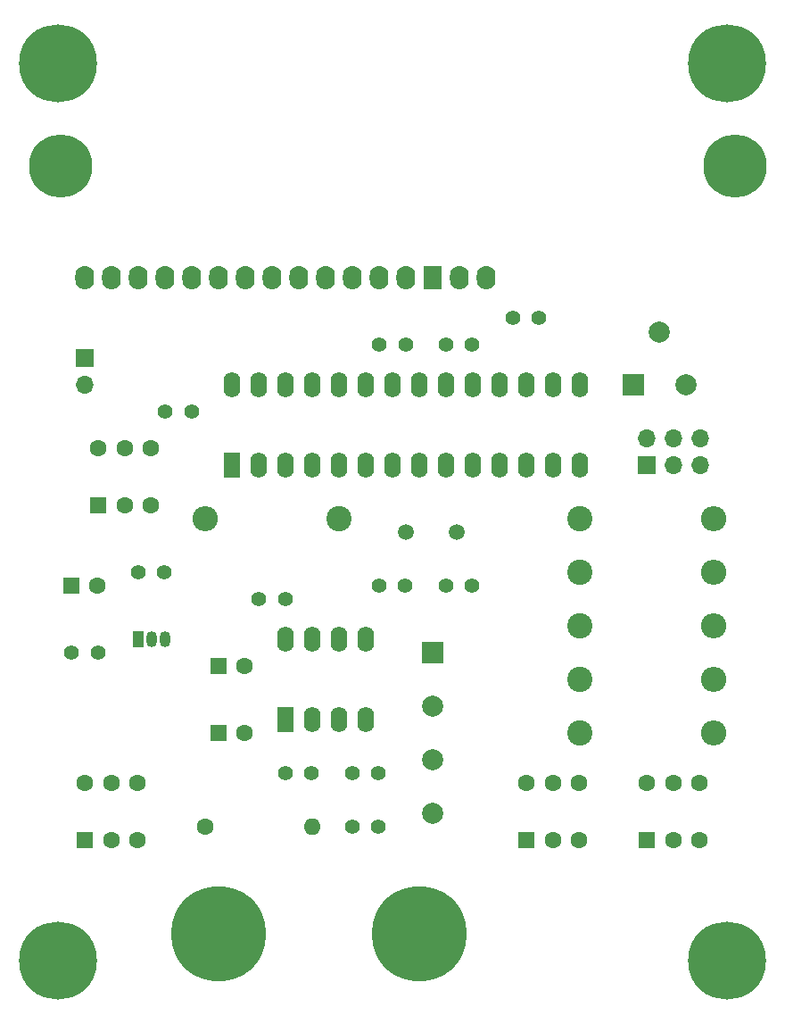
<source format=gts>
G04 #@! TF.GenerationSoftware,KiCad,Pcbnew,5.1.9+dfsg1-1+deb11u1*
G04 #@! TF.CreationDate,2023-04-03T20:06:42-05:00*
G04 #@! TF.ProjectId,lcbdk,6c636264-6b2e-46b6-9963-61645f706362,rev?*
G04 #@! TF.SameCoordinates,Original*
G04 #@! TF.FileFunction,Soldermask,Top*
G04 #@! TF.FilePolarity,Negative*
%FSLAX46Y46*%
G04 Gerber Fmt 4.6, Leading zero omitted, Abs format (unit mm)*
G04 Created by KiCad (PCBNEW 5.1.9+dfsg1-1+deb11u1) date 2023-04-03 20:06:42*
%MOMM*%
%LPD*%
G01*
G04 APERTURE LIST*
%ADD10R,1.600000X1.600000*%
%ADD11C,1.600000*%
%ADD12C,1.400000*%
%ADD13R,2.000000X2.000000*%
%ADD14C,2.000000*%
%ADD15R,1.778000X2.286000*%
%ADD16O,1.778000X2.286000*%
%ADD17C,6.000000*%
%ADD18C,9.000000*%
%ADD19R,1.700000X1.700000*%
%ADD20O,1.700000X1.700000*%
%ADD21O,1.600000X1.600000*%
%ADD22C,2.400000*%
%ADD23O,2.400000X2.400000*%
%ADD24R,1.600000X2.400000*%
%ADD25O,1.600000X2.400000*%
%ADD26O,1.050000X1.500000*%
%ADD27R,1.050000X1.500000*%
%ADD28C,1.500000*%
%ADD29C,7.400000*%
%ADD30C,4.100000*%
G04 APERTURE END LIST*
D10*
X167680000Y-113030000D03*
D11*
X170180000Y-113030000D03*
X172680000Y-113030000D03*
X167680000Y-107630000D03*
X170180000Y-107630000D03*
X172680000Y-107630000D03*
D12*
X142280000Y-66040000D03*
X144780000Y-66040000D03*
D13*
X147320000Y-95250000D03*
D14*
X147320000Y-100330000D03*
X147320000Y-105410000D03*
X147320000Y-110490000D03*
D12*
X133350000Y-106680000D03*
X135850000Y-106680000D03*
D10*
X127000000Y-102870000D03*
D11*
X129500000Y-102870000D03*
X129500000Y-96520000D03*
D10*
X127000000Y-96520000D03*
D12*
X130850000Y-90170000D03*
X133350000Y-90170000D03*
X121960000Y-72390000D03*
X124460000Y-72390000D03*
X148590000Y-66040000D03*
X151090000Y-66040000D03*
X154940000Y-63500000D03*
X157440000Y-63500000D03*
X144740000Y-88900000D03*
X142240000Y-88900000D03*
X148590000Y-88900000D03*
X151090000Y-88900000D03*
D10*
X113030000Y-88900000D03*
D11*
X115530000Y-88900000D03*
D12*
X121880000Y-87630000D03*
X119380000Y-87630000D03*
X115570000Y-95250000D03*
X113070000Y-95250000D03*
X142200000Y-111760000D03*
X139700000Y-111760000D03*
X139700000Y-106680000D03*
X142200000Y-106680000D03*
D15*
X147320000Y-59690000D03*
D16*
X144780000Y-59690000D03*
X142240000Y-59690000D03*
X139700000Y-59690000D03*
X137160000Y-59690000D03*
X134620000Y-59690000D03*
X132080000Y-59690000D03*
X129540000Y-59690000D03*
X127000000Y-59690000D03*
X124460000Y-59690000D03*
X121920000Y-59690000D03*
X119380000Y-59690000D03*
X116840000Y-59690000D03*
X114300000Y-59690000D03*
X152400000Y-59690000D03*
X149860000Y-59690000D03*
D17*
X112010000Y-49150000D03*
X176010000Y-49150000D03*
D18*
X146050000Y-121920000D03*
X127000000Y-121920000D03*
D19*
X114300000Y-67310000D03*
D20*
X114300000Y-69850000D03*
D11*
X125730000Y-111760000D03*
D21*
X135890000Y-111760000D03*
D22*
X161290000Y-82550000D03*
D23*
X173990000Y-82550000D03*
X173990000Y-87630000D03*
D22*
X161290000Y-87630000D03*
D23*
X173990000Y-92710000D03*
D22*
X161290000Y-92710000D03*
D23*
X173990000Y-97790000D03*
D22*
X161290000Y-97790000D03*
X161290000Y-102870000D03*
D23*
X173990000Y-102870000D03*
D22*
X138430000Y-82550000D03*
D23*
X125730000Y-82550000D03*
D13*
X166370000Y-69850000D03*
D14*
X168870000Y-64850000D03*
X171370000Y-69850000D03*
D11*
X119340000Y-107630000D03*
X116840000Y-107630000D03*
X114340000Y-107630000D03*
X119340000Y-113030000D03*
X116840000Y-113030000D03*
D10*
X114340000Y-113030000D03*
D11*
X161250000Y-107630000D03*
X158750000Y-107630000D03*
X156250000Y-107630000D03*
X161250000Y-113030000D03*
X158750000Y-113030000D03*
D10*
X156250000Y-113030000D03*
X115610000Y-81280000D03*
D11*
X118110000Y-81280000D03*
X120610000Y-81280000D03*
X115610000Y-75880000D03*
X118110000Y-75880000D03*
X120610000Y-75880000D03*
D24*
X133350000Y-101600000D03*
D25*
X140970000Y-93980000D03*
X135890000Y-101600000D03*
X138430000Y-93980000D03*
X138430000Y-101600000D03*
X135890000Y-93980000D03*
X140970000Y-101600000D03*
X133350000Y-93980000D03*
D24*
X128270000Y-77470000D03*
D25*
X161290000Y-69850000D03*
X130810000Y-77470000D03*
X158750000Y-69850000D03*
X133350000Y-77470000D03*
X156210000Y-69850000D03*
X135890000Y-77470000D03*
X153670000Y-69850000D03*
X138430000Y-77470000D03*
X151130000Y-69850000D03*
X140970000Y-77470000D03*
X148590000Y-69850000D03*
X143510000Y-77470000D03*
X146050000Y-69850000D03*
X146050000Y-77470000D03*
X143510000Y-69850000D03*
X148590000Y-77470000D03*
X140970000Y-69850000D03*
X151130000Y-77470000D03*
X138430000Y-69850000D03*
X153670000Y-77470000D03*
X135890000Y-69850000D03*
X156210000Y-77470000D03*
X133350000Y-69850000D03*
X158750000Y-77470000D03*
X130810000Y-69850000D03*
X161290000Y-77470000D03*
X128270000Y-69850000D03*
D26*
X120650000Y-93980000D03*
X121920000Y-93980000D03*
D27*
X119380000Y-93980000D03*
D28*
X144780000Y-83820000D03*
X149660000Y-83820000D03*
D19*
X167640000Y-77470000D03*
D20*
X167640000Y-74930000D03*
X170180000Y-77470000D03*
X170180000Y-74930000D03*
X172720000Y-77470000D03*
X172720000Y-74930000D03*
D29*
X111760000Y-39370000D03*
D30*
X111760000Y-39370000D03*
X111760000Y-124460000D03*
D29*
X111760000Y-124460000D03*
X175260000Y-39370000D03*
D30*
X175260000Y-39370000D03*
X175260000Y-124460000D03*
D29*
X175260000Y-124460000D03*
M02*

</source>
